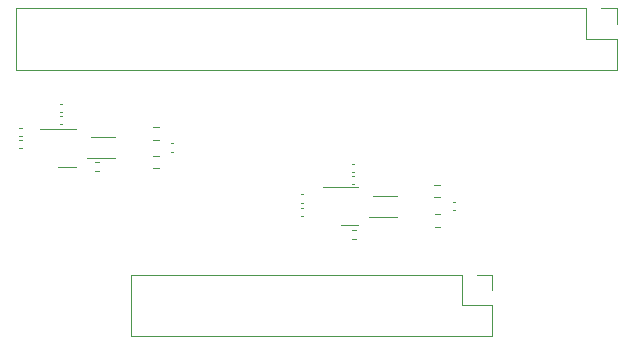
<source format=gbr>
%TF.GenerationSoftware,KiCad,Pcbnew,8.0.3*%
%TF.CreationDate,2024-08-02T19:42:00+02:00*%
%TF.ProjectId,HatV5,48617456-352e-46b6-9963-61645f706362,V2*%
%TF.SameCoordinates,Original*%
%TF.FileFunction,Legend,Bot*%
%TF.FilePolarity,Positive*%
%FSLAX46Y46*%
G04 Gerber Fmt 4.6, Leading zero omitted, Abs format (unit mm)*
G04 Created by KiCad (PCBNEW 8.0.3) date 2024-08-02 19:42:00*
%MOMM*%
%LPD*%
G01*
G04 APERTURE LIST*
%ADD10C,0.120000*%
%ADD11C,0.100000*%
G04 APERTURE END LIST*
D10*
%TO.C,J5*%
X114132400Y-87749400D02*
X114132400Y-92949400D01*
X114132400Y-87749400D02*
X162452400Y-87749400D01*
X114132400Y-92949400D02*
X165052400Y-92949400D01*
X162452400Y-87749400D02*
X162452400Y-90349400D01*
X162452400Y-90349400D02*
X165052400Y-90349400D01*
X163722400Y-87749400D02*
X165052400Y-87749400D01*
X165052400Y-87749400D02*
X165052400Y-89079400D01*
X165052400Y-90349400D02*
X165052400Y-92949400D01*
%TO.C,C2*%
X117852942Y-96850822D02*
X118068614Y-96850822D01*
X117852942Y-97570822D02*
X118068614Y-97570822D01*
%TO.C,J6*%
X123872400Y-110289400D02*
X123872400Y-115489400D01*
X123872400Y-110289400D02*
X151872400Y-110289400D01*
X123872400Y-115489400D02*
X154472400Y-115489400D01*
X151872400Y-110289400D02*
X151872400Y-112889400D01*
X151872400Y-112889400D02*
X154472400Y-112889400D01*
X153142400Y-110289400D02*
X154472400Y-110289400D01*
X154472400Y-110289400D02*
X154472400Y-111619400D01*
X154472400Y-112889400D02*
X154472400Y-115489400D01*
%TO.C,C8*%
X138249142Y-104623222D02*
X138464814Y-104623222D01*
X138249142Y-105343222D02*
X138464814Y-105343222D01*
%TO.C,C5*%
X127466614Y-99184000D02*
X127250942Y-99184000D01*
X127466614Y-99904000D02*
X127250942Y-99904000D01*
%TO.C,C7*%
X142589942Y-101930822D02*
X142805614Y-101930822D01*
X142589942Y-102650822D02*
X142805614Y-102650822D01*
D11*
%TO.C,FL1*%
X120165400Y-100434000D02*
X122550400Y-100434000D01*
X120520400Y-98654000D02*
X122550400Y-98654000D01*
D10*
%TO.C,R6*%
X149562795Y-102698257D02*
X150037311Y-102698257D01*
X149562795Y-103743257D02*
X150037311Y-103743257D01*
%TO.C,R1*%
X121142241Y-100789600D02*
X120834959Y-100789600D01*
X121142241Y-101549600D02*
X120834959Y-101549600D01*
%TO.C,C6*%
X142561942Y-100914822D02*
X142777614Y-100914822D01*
X142561942Y-101634822D02*
X142777614Y-101634822D01*
%TO.C,U1*%
X119211800Y-97975000D02*
X116211800Y-97975000D01*
X119211800Y-101195000D02*
X117711800Y-101195000D01*
%TO.C,R5*%
X150075036Y-105197322D02*
X149600520Y-105197322D01*
X150075036Y-106242322D02*
X149600520Y-106242322D01*
%TO.C,C3*%
X114426542Y-97841422D02*
X114642214Y-97841422D01*
X114426542Y-98561422D02*
X114642214Y-98561422D01*
%TO.C,R2*%
X126247414Y-100244322D02*
X125772898Y-100244322D01*
X126247414Y-101289322D02*
X125772898Y-101289322D01*
%TO.C,R3*%
X125772898Y-97831322D02*
X126247414Y-97831322D01*
X125772898Y-98876322D02*
X126247414Y-98876322D01*
%TO.C,C4*%
X114426542Y-98857422D02*
X114642214Y-98857422D01*
X114426542Y-99577422D02*
X114642214Y-99577422D01*
%TO.C,C10*%
X151342614Y-104110200D02*
X151126942Y-104110200D01*
X151342614Y-104830200D02*
X151126942Y-104830200D01*
%TO.C,C9*%
X138249142Y-103480222D02*
X138464814Y-103480222D01*
X138249142Y-104200222D02*
X138464814Y-104200222D01*
%TO.C,R4*%
X142597537Y-106533622D02*
X142904819Y-106533622D01*
X142597537Y-107293622D02*
X142904819Y-107293622D01*
%TO.C,C1*%
X117852942Y-95834822D02*
X118068614Y-95834822D01*
X117852942Y-96554822D02*
X118068614Y-96554822D01*
D11*
%TO.C,FL2*%
X144050400Y-105401600D02*
X146435400Y-105401600D01*
X144405400Y-103621600D02*
X146435400Y-103621600D01*
D10*
%TO.C,U3*%
X143145400Y-102901200D02*
X140145400Y-102901200D01*
X143145400Y-106121200D02*
X141645400Y-106121200D01*
%TD*%
M02*

</source>
